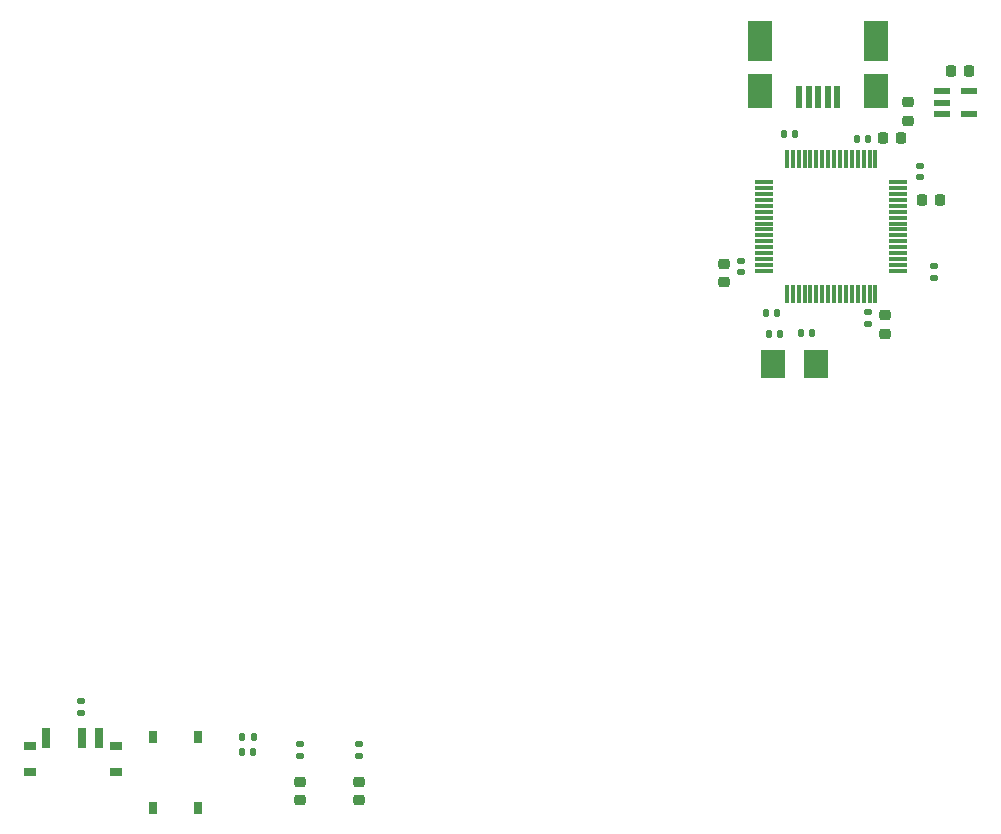
<source format=gtp>
%TF.GenerationSoftware,KiCad,Pcbnew,8.0.1*%
%TF.CreationDate,2024-05-01T14:37:59+02:00*%
%TF.ProjectId,PE2-for-review,5045322d-666f-4722-9d72-65766965772e,rev?*%
%TF.SameCoordinates,Original*%
%TF.FileFunction,Paste,Top*%
%TF.FilePolarity,Positive*%
%FSLAX46Y46*%
G04 Gerber Fmt 4.6, Leading zero omitted, Abs format (unit mm)*
G04 Created by KiCad (PCBNEW 8.0.1) date 2024-05-01 14:37:59*
%MOMM*%
%LPD*%
G01*
G04 APERTURE LIST*
G04 Aperture macros list*
%AMRoundRect*
0 Rectangle with rounded corners*
0 $1 Rounding radius*
0 $2 $3 $4 $5 $6 $7 $8 $9 X,Y pos of 4 corners*
0 Add a 4 corners polygon primitive as box body*
4,1,4,$2,$3,$4,$5,$6,$7,$8,$9,$2,$3,0*
0 Add four circle primitives for the rounded corners*
1,1,$1+$1,$2,$3*
1,1,$1+$1,$4,$5*
1,1,$1+$1,$6,$7*
1,1,$1+$1,$8,$9*
0 Add four rect primitives between the rounded corners*
20,1,$1+$1,$2,$3,$4,$5,0*
20,1,$1+$1,$4,$5,$6,$7,0*
20,1,$1+$1,$6,$7,$8,$9,0*
20,1,$1+$1,$8,$9,$2,$3,0*%
G04 Aperture macros list end*
%ADD10RoundRect,0.140000X0.170000X-0.140000X0.170000X0.140000X-0.170000X0.140000X-0.170000X-0.140000X0*%
%ADD11R,0.500000X1.850000*%
%ADD12R,2.000000X3.000000*%
%ADD13R,2.000000X3.500000*%
%ADD14R,2.000000X2.400000*%
%ADD15RoundRect,0.218750X0.256250X-0.218750X0.256250X0.218750X-0.256250X0.218750X-0.256250X-0.218750X0*%
%ADD16R,1.420000X0.580000*%
%ADD17RoundRect,0.225000X-0.250000X0.225000X-0.250000X-0.225000X0.250000X-0.225000X0.250000X0.225000X0*%
%ADD18RoundRect,0.135000X0.185000X-0.135000X0.185000X0.135000X-0.185000X0.135000X-0.185000X-0.135000X0*%
%ADD19RoundRect,0.140000X0.140000X0.170000X-0.140000X0.170000X-0.140000X-0.170000X0.140000X-0.170000X0*%
%ADD20R,0.700000X1.800000*%
%ADD21R,1.000000X0.800000*%
%ADD22RoundRect,0.140000X-0.140000X-0.170000X0.140000X-0.170000X0.140000X0.170000X-0.140000X0.170000X0*%
%ADD23RoundRect,0.135000X-0.185000X0.135000X-0.185000X-0.135000X0.185000X-0.135000X0.185000X0.135000X0*%
%ADD24RoundRect,0.225000X-0.225000X-0.250000X0.225000X-0.250000X0.225000X0.250000X-0.225000X0.250000X0*%
%ADD25RoundRect,0.225000X0.250000X-0.225000X0.250000X0.225000X-0.250000X0.225000X-0.250000X-0.225000X0*%
%ADD26RoundRect,0.135000X0.135000X0.185000X-0.135000X0.185000X-0.135000X-0.185000X0.135000X-0.185000X0*%
%ADD27RoundRect,0.225000X0.225000X0.250000X-0.225000X0.250000X-0.225000X-0.250000X0.225000X-0.250000X0*%
%ADD28RoundRect,0.140000X-0.170000X0.140000X-0.170000X-0.140000X0.170000X-0.140000X0.170000X0.140000X0*%
%ADD29R,0.750000X1.000000*%
%ADD30R,0.300000X1.500000*%
%ADD31R,1.500000X0.300000*%
G04 APERTURE END LIST*
D10*
X122350000Y-52380000D03*
X122350000Y-51420000D03*
D11*
X130500000Y-37525000D03*
X129700000Y-37525000D03*
X128900000Y-37525000D03*
X128100000Y-37525000D03*
X127300000Y-37525000D03*
D12*
X124000000Y-37025000D03*
D13*
X124000000Y-32775000D03*
D12*
X133800000Y-37025000D03*
D13*
X133800000Y-32775000D03*
D14*
X128750000Y-60150000D03*
X125050000Y-60150000D03*
D15*
X90000000Y-97087500D03*
X90000000Y-95512500D03*
D16*
X139355000Y-37050000D03*
X139355000Y-38000000D03*
X139355000Y-38950000D03*
X141645000Y-38950000D03*
X141645000Y-37050000D03*
D17*
X134550000Y-56025000D03*
X134550000Y-57575000D03*
D18*
X90000000Y-93335000D03*
X90000000Y-92315000D03*
D19*
X128380000Y-57550000D03*
X127420000Y-57550000D03*
D20*
X68050000Y-91825000D03*
X66550000Y-91825000D03*
X63550000Y-91825000D03*
D21*
X69450000Y-94675000D03*
X69450000Y-92475000D03*
X62150000Y-94675000D03*
X62150000Y-92475000D03*
D22*
X126020000Y-40700000D03*
X126980000Y-40700000D03*
D23*
X85000000Y-92315000D03*
X85000000Y-93335000D03*
D19*
X133130000Y-41100000D03*
X132170000Y-41100000D03*
D24*
X137675000Y-46250000D03*
X139225000Y-46250000D03*
D23*
X66500000Y-88690000D03*
X66500000Y-89710000D03*
D25*
X120900000Y-53225000D03*
X120900000Y-51675000D03*
D26*
X81110000Y-91700000D03*
X80090000Y-91700000D03*
D15*
X85000000Y-97087500D03*
X85000000Y-95512500D03*
D27*
X141675000Y-35300000D03*
X140125000Y-35300000D03*
D19*
X125435000Y-55800000D03*
X124475000Y-55800000D03*
D28*
X138750000Y-51870000D03*
X138750000Y-52830000D03*
D17*
X136500000Y-37975000D03*
X136500000Y-39525000D03*
D28*
X133150000Y-55770000D03*
X133150000Y-56730000D03*
D24*
X134365000Y-41020000D03*
X135915000Y-41020000D03*
D29*
X76375000Y-91750000D03*
X76375000Y-97750000D03*
X72625000Y-91750000D03*
X72625000Y-97750000D03*
D30*
X126250000Y-54200000D03*
X126750000Y-54200000D03*
X127250000Y-54200000D03*
X127750000Y-54200000D03*
X128250000Y-54200000D03*
X128750000Y-54200000D03*
X129250000Y-54200000D03*
X129750000Y-54200000D03*
X130250000Y-54200000D03*
X130750000Y-54200000D03*
X131250000Y-54200000D03*
X131750000Y-54200000D03*
X132250000Y-54200000D03*
X132750000Y-54200000D03*
X133250000Y-54200000D03*
X133750000Y-54200000D03*
D31*
X135700000Y-52250000D03*
X135700000Y-51750000D03*
X135700000Y-51250000D03*
X135700000Y-50750000D03*
X135700000Y-50250000D03*
X135700000Y-49750000D03*
X135700000Y-49250000D03*
X135700000Y-48750000D03*
X135700000Y-48250000D03*
X135700000Y-47750000D03*
X135700000Y-47250000D03*
X135700000Y-46750000D03*
X135700000Y-46250000D03*
X135700000Y-45750000D03*
X135700000Y-45250000D03*
X135700000Y-44750000D03*
D30*
X133750000Y-42800000D03*
X133250000Y-42800000D03*
X132750000Y-42800000D03*
X132250000Y-42800000D03*
X131750000Y-42800000D03*
X131250000Y-42800000D03*
X130750000Y-42800000D03*
X130250000Y-42800000D03*
X129750000Y-42800000D03*
X129250000Y-42800000D03*
X128750000Y-42800000D03*
X128250000Y-42800000D03*
X127750000Y-42800000D03*
X127250000Y-42800000D03*
X126750000Y-42800000D03*
X126250000Y-42800000D03*
D31*
X124300000Y-44750000D03*
X124300000Y-45250000D03*
X124300000Y-45750000D03*
X124300000Y-46250000D03*
X124300000Y-46750000D03*
X124300000Y-47250000D03*
X124300000Y-47750000D03*
X124300000Y-48250000D03*
X124300000Y-48750000D03*
X124300000Y-49250000D03*
X124300000Y-49750000D03*
X124300000Y-50250000D03*
X124300000Y-50750000D03*
X124300000Y-51250000D03*
X124300000Y-51750000D03*
X124300000Y-52250000D03*
D28*
X137500000Y-43370000D03*
X137500000Y-44330000D03*
D22*
X80120000Y-93000000D03*
X81080000Y-93000000D03*
D19*
X125680000Y-57600000D03*
X124720000Y-57600000D03*
M02*

</source>
